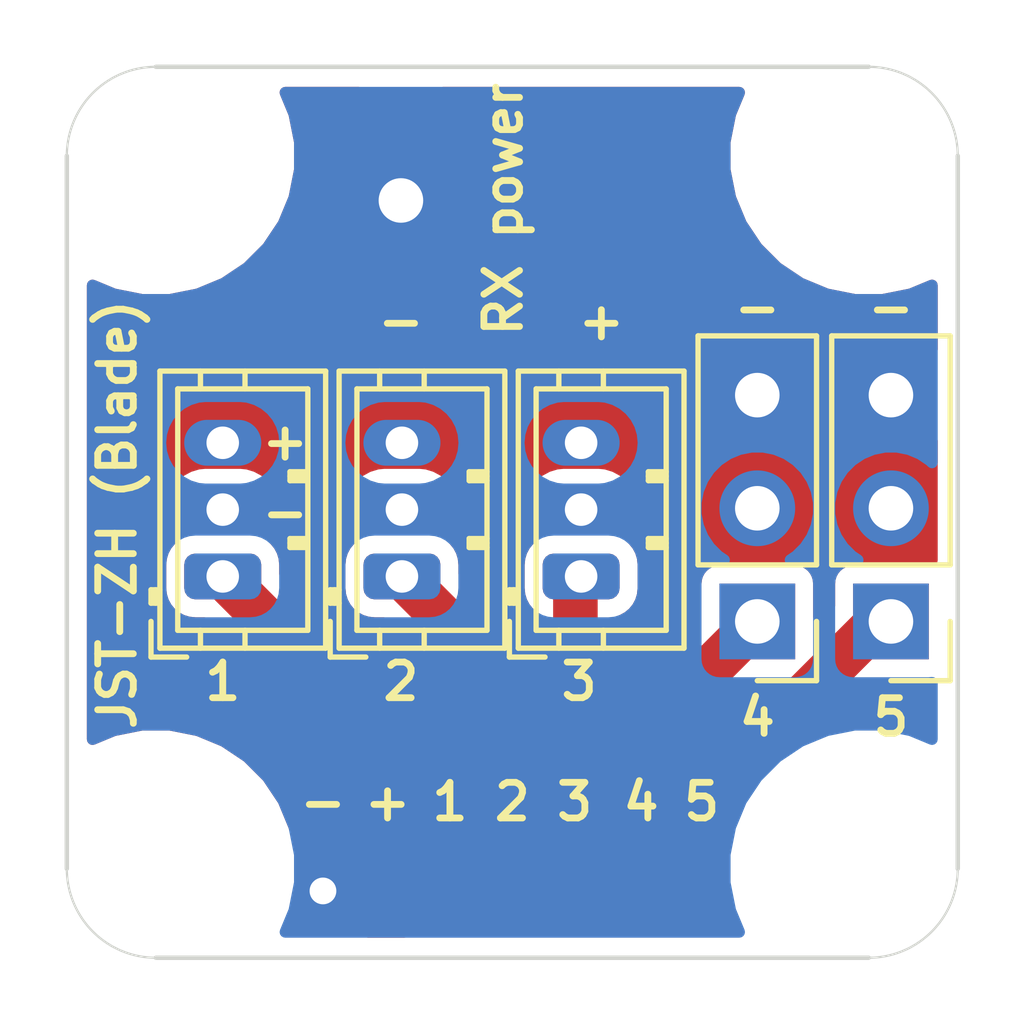
<source format=kicad_pcb>
(kicad_pcb (version 20171130) (host pcbnew "(5.1.9)-1")

  (general
    (thickness 1.6)
    (drawings 28)
    (tracks 12)
    (zones 0)
    (modules 18)
    (nets 8)
  )

  (page A4)
  (layers
    (0 F.Cu signal)
    (31 B.Cu signal)
    (32 B.Adhes user hide)
    (33 F.Adhes user hide)
    (34 B.Paste user hide)
    (35 F.Paste user hide)
    (36 B.SilkS user)
    (37 F.SilkS user)
    (38 B.Mask user hide)
    (39 F.Mask user hide)
    (40 Dwgs.User user hide)
    (41 Cmts.User user hide)
    (42 Eco1.User user hide)
    (43 Eco2.User user hide)
    (44 Edge.Cuts user)
    (45 Margin user hide)
    (46 B.CrtYd user hide)
    (47 F.CrtYd user hide)
    (48 B.Fab user hide)
    (49 F.Fab user hide)
  )

  (setup
    (last_trace_width 1)
    (user_trace_width 0.6)
    (user_trace_width 1)
    (trace_clearance 0.2)
    (zone_clearance 0.4)
    (zone_45_only no)
    (trace_min 0.2)
    (via_size 0.8)
    (via_drill 0.4)
    (via_min_size 0.4)
    (via_min_drill 0.3)
    (uvia_size 0.3)
    (uvia_drill 0.1)
    (uvias_allowed no)
    (uvia_min_size 0.2)
    (uvia_min_drill 0.1)
    (edge_width 0.05)
    (segment_width 0.2)
    (pcb_text_width 0.3)
    (pcb_text_size 1.5 1.5)
    (mod_edge_width 0.12)
    (mod_text_size 1 1)
    (mod_text_width 0.15)
    (pad_size 2 4)
    (pad_drill 1)
    (pad_to_mask_clearance 0)
    (aux_axis_origin 0 0)
    (visible_elements 7FFFFFFF)
    (pcbplotparams
      (layerselection 0x010fc_ffffffff)
      (usegerberextensions false)
      (usegerberattributes true)
      (usegerberadvancedattributes true)
      (creategerberjobfile true)
      (excludeedgelayer true)
      (linewidth 0.100000)
      (plotframeref false)
      (viasonmask false)
      (mode 1)
      (useauxorigin false)
      (hpglpennumber 1)
      (hpglpenspeed 20)
      (hpglpendiameter 15.000000)
      (psnegative false)
      (psa4output false)
      (plotreference true)
      (plotvalue true)
      (plotinvisibletext false)
      (padsonsilk false)
      (subtractmaskfromsilk false)
      (outputformat 1)
      (mirror false)
      (drillshape 0)
      (scaleselection 1)
      (outputdirectory "gerber/"))
  )

  (net 0 "")
  (net 1 GND)
  (net 2 "Net-(J10-Pad1)")
  (net 3 "Net-(J11-Pad1)")
  (net 4 "Net-(J13-Pad1)")
  (net 5 "Net-(J14-Pad1)")
  (net 6 VCC)
  (net 7 "Net-(J12-Pad1)")

  (net_class Default "This is the default net class."
    (clearance 0.2)
    (trace_width 0.25)
    (via_dia 0.8)
    (via_drill 0.4)
    (uvia_dia 0.3)
    (uvia_drill 0.1)
    (add_net GND)
    (add_net "Net-(J10-Pad1)")
    (add_net "Net-(J11-Pad1)")
    (add_net "Net-(J12-Pad1)")
    (add_net "Net-(J13-Pad1)")
    (add_net "Net-(J14-Pad1)")
    (add_net VCC)
  )

  (module Library:SolderWirePad_1x01_SMD_2x4mm (layer F.Cu) (tedit 61782C21) (tstamp 6178C7B8)
    (at 170 147)
    (descr "Wire Pad, Square, SMD Pad,  5mm x 10mm,")
    (tags "MesurementPoint Square SMDPad 5mmx10mm ")
    (path /617B38E6)
    (attr virtual)
    (fp_text reference J9 (at 0.4826 -3.175) (layer F.SilkS) hide
      (effects (font (size 1 1) (thickness 0.15)))
    )
    (fp_text value Conn_01x01 (at 0 2.9718) (layer F.Fab) hide
      (effects (font (size 1 1) (thickness 0.15)))
    )
    (fp_text user %R (at 0 0) (layer F.Fab) hide
      (effects (font (size 1 1) (thickness 0.15)))
    )
    (fp_line (start -0.63 1.27) (end -0.63 -1.27) (layer F.Fab) (width 0.1))
    (fp_line (start 0.63 1.27) (end -0.63 1.27) (layer F.Fab) (width 0.1))
    (fp_line (start 0.63 -1.27) (end 0.63 1.27) (layer F.Fab) (width 0.1))
    (fp_line (start -0.63 -1.27) (end 0.63 -1.27) (layer F.Fab) (width 0.1))
    (fp_line (start -0.63 -1.27) (end -0.63 1.27) (layer F.CrtYd) (width 0.05))
    (fp_line (start -0.63 1.27) (end 0.63 1.27) (layer F.CrtYd) (width 0.05))
    (fp_line (start 0.63 1.27) (end 0.63 -1.27) (layer F.CrtYd) (width 0.05))
    (fp_line (start 0.63 -1.27) (end -0.63 -1.27) (layer F.CrtYd) (width 0.05))
    (pad 1 smd roundrect (at 0 0) (size 2 4) (layers F.Cu F.Paste F.Mask) (roundrect_rratio 0.25)
      (net 6 VCC))
  )

  (module Library:SolderWirePad_1x01_SMD_2x4mm (layer F.Cu) (tedit 61786C28) (tstamp 6178C7AA)
    (at 165.5 147)
    (descr "Wire Pad, Square, SMD Pad,  5mm x 10mm,")
    (tags "MesurementPoint Square SMDPad 5mmx10mm ")
    (path /617B2EAE)
    (attr virtual)
    (fp_text reference J8 (at 0.4826 -3.175) (layer F.SilkS) hide
      (effects (font (size 1 1) (thickness 0.15)))
    )
    (fp_text value Conn_01x01 (at 0 2.9718) (layer F.Fab) hide
      (effects (font (size 1 1) (thickness 0.15)))
    )
    (fp_text user %R (at 0 0) (layer F.Fab) hide
      (effects (font (size 1 1) (thickness 0.15)))
    )
    (fp_line (start -0.63 1.27) (end -0.63 -1.27) (layer F.Fab) (width 0.1))
    (fp_line (start 0.63 1.27) (end -0.63 1.27) (layer F.Fab) (width 0.1))
    (fp_line (start 0.63 -1.27) (end 0.63 1.27) (layer F.Fab) (width 0.1))
    (fp_line (start -0.63 -1.27) (end 0.63 -1.27) (layer F.Fab) (width 0.1))
    (fp_line (start -0.63 -1.27) (end -0.63 1.27) (layer F.CrtYd) (width 0.05))
    (fp_line (start -0.63 1.27) (end 0.63 1.27) (layer F.CrtYd) (width 0.05))
    (fp_line (start 0.63 1.27) (end 0.63 -1.27) (layer F.CrtYd) (width 0.05))
    (fp_line (start 0.63 -1.27) (end -0.63 -1.27) (layer F.CrtYd) (width 0.05))
    (pad 1 thru_hole roundrect (at 0 0) (size 2 4) (drill 1) (layers *.Cu *.Mask) (roundrect_rratio 0.25)
      (net 1 GND))
  )

  (module Connector_PinHeader_2.54mm:PinHeader_1x03_P2.54mm_Vertical (layer F.Cu) (tedit 59FED5CC) (tstamp 6178C858)
    (at 176.5 156.45 180)
    (descr "Through hole straight pin header, 1x03, 2.54mm pitch, single row")
    (tags "Through hole pin header THT 1x03 2.54mm single row")
    (path /617A1346)
    (fp_text reference J14 (at 0 -2.33) (layer F.SilkS) hide
      (effects (font (size 1 1) (thickness 0.15)))
    )
    (fp_text value Conn_01x03 (at 0 7.41) (layer F.Fab) hide
      (effects (font (size 1 1) (thickness 0.15)))
    )
    (fp_text user %R (at 0 2.54 90) (layer F.Fab) hide
      (effects (font (size 1 1) (thickness 0.15)))
    )
    (fp_line (start -0.635 -1.27) (end 1.27 -1.27) (layer F.Fab) (width 0.1))
    (fp_line (start 1.27 -1.27) (end 1.27 6.35) (layer F.Fab) (width 0.1))
    (fp_line (start 1.27 6.35) (end -1.27 6.35) (layer F.Fab) (width 0.1))
    (fp_line (start -1.27 6.35) (end -1.27 -0.635) (layer F.Fab) (width 0.1))
    (fp_line (start -1.27 -0.635) (end -0.635 -1.27) (layer F.Fab) (width 0.1))
    (fp_line (start -1.33 6.41) (end 1.33 6.41) (layer F.SilkS) (width 0.12))
    (fp_line (start -1.33 1.27) (end -1.33 6.41) (layer F.SilkS) (width 0.12))
    (fp_line (start 1.33 1.27) (end 1.33 6.41) (layer F.SilkS) (width 0.12))
    (fp_line (start -1.33 1.27) (end 1.33 1.27) (layer F.SilkS) (width 0.12))
    (fp_line (start -1.33 0) (end -1.33 -1.33) (layer F.SilkS) (width 0.12))
    (fp_line (start -1.33 -1.33) (end 0 -1.33) (layer F.SilkS) (width 0.12))
    (fp_line (start -1.8 -1.8) (end -1.8 6.85) (layer F.CrtYd) (width 0.05))
    (fp_line (start -1.8 6.85) (end 1.8 6.85) (layer F.CrtYd) (width 0.05))
    (fp_line (start 1.8 6.85) (end 1.8 -1.8) (layer F.CrtYd) (width 0.05))
    (fp_line (start 1.8 -1.8) (end -1.8 -1.8) (layer F.CrtYd) (width 0.05))
    (pad 3 thru_hole oval (at 0 5.08 180) (size 1.7 1.7) (drill 1) (layers *.Cu *.Mask)
      (net 1 GND))
    (pad 2 thru_hole oval (at 0 2.54 180) (size 1.7 1.7) (drill 1) (layers *.Cu *.Mask)
      (net 6 VCC))
    (pad 1 thru_hole rect (at 0 0 180) (size 1.7 1.7) (drill 1) (layers *.Cu *.Mask)
      (net 5 "Net-(J14-Pad1)"))
    (model ${KISYS3DMOD}/Connector_PinHeader_2.54mm.3dshapes/PinHeader_1x03_P2.54mm_Vertical.wrl
      (at (xyz 0 0 0))
      (scale (xyz 1 1 1))
      (rotate (xyz 0 0 0))
    )
  )

  (module Connector_PinHeader_2.54mm:PinHeader_1x03_P2.54mm_Vertical (layer F.Cu) (tedit 59FED5CC) (tstamp 6178C84A)
    (at 173.5 156.45 180)
    (descr "Through hole straight pin header, 1x03, 2.54mm pitch, single row")
    (tags "Through hole pin header THT 1x03 2.54mm single row")
    (path /617A0E04)
    (fp_text reference J13 (at 0 -2.33) (layer F.SilkS) hide
      (effects (font (size 1 1) (thickness 0.15)))
    )
    (fp_text value Conn_01x03 (at 0 7.41) (layer F.Fab) hide
      (effects (font (size 1 1) (thickness 0.15)))
    )
    (fp_text user %R (at 0 2.54 90) (layer F.Fab) hide
      (effects (font (size 1 1) (thickness 0.15)))
    )
    (fp_line (start -0.635 -1.27) (end 1.27 -1.27) (layer F.Fab) (width 0.1))
    (fp_line (start 1.27 -1.27) (end 1.27 6.35) (layer F.Fab) (width 0.1))
    (fp_line (start 1.27 6.35) (end -1.27 6.35) (layer F.Fab) (width 0.1))
    (fp_line (start -1.27 6.35) (end -1.27 -0.635) (layer F.Fab) (width 0.1))
    (fp_line (start -1.27 -0.635) (end -0.635 -1.27) (layer F.Fab) (width 0.1))
    (fp_line (start -1.33 6.41) (end 1.33 6.41) (layer F.SilkS) (width 0.12))
    (fp_line (start -1.33 1.27) (end -1.33 6.41) (layer F.SilkS) (width 0.12))
    (fp_line (start 1.33 1.27) (end 1.33 6.41) (layer F.SilkS) (width 0.12))
    (fp_line (start -1.33 1.27) (end 1.33 1.27) (layer F.SilkS) (width 0.12))
    (fp_line (start -1.33 0) (end -1.33 -1.33) (layer F.SilkS) (width 0.12))
    (fp_line (start -1.33 -1.33) (end 0 -1.33) (layer F.SilkS) (width 0.12))
    (fp_line (start -1.8 -1.8) (end -1.8 6.85) (layer F.CrtYd) (width 0.05))
    (fp_line (start -1.8 6.85) (end 1.8 6.85) (layer F.CrtYd) (width 0.05))
    (fp_line (start 1.8 6.85) (end 1.8 -1.8) (layer F.CrtYd) (width 0.05))
    (fp_line (start 1.8 -1.8) (end -1.8 -1.8) (layer F.CrtYd) (width 0.05))
    (pad 3 thru_hole oval (at 0 5.08 180) (size 1.7 1.7) (drill 1) (layers *.Cu *.Mask)
      (net 1 GND))
    (pad 2 thru_hole oval (at 0 2.54 180) (size 1.7 1.7) (drill 1) (layers *.Cu *.Mask)
      (net 6 VCC))
    (pad 1 thru_hole rect (at 0 0 180) (size 1.7 1.7) (drill 1) (layers *.Cu *.Mask)
      (net 4 "Net-(J13-Pad1)"))
    (model ${KISYS3DMOD}/Connector_PinHeader_2.54mm.3dshapes/PinHeader_1x03_P2.54mm_Vertical.wrl
      (at (xyz 0 0 0))
      (scale (xyz 1 1 1))
      (rotate (xyz 0 0 0))
    )
  )

  (module Library:JST_ZH_B3B-ZR_1x03_P1.50mm_Vertical (layer F.Cu) (tedit 5E793890) (tstamp 6178C83C)
    (at 169.545 155.44 90)
    (descr "JST ZH series connector, B3B-ZR (http://www.jst-mfg.com/product/pdf/eng/eZH.pdf), generated with kicad-footprint-generator")
    (tags "connector JST ZH vertical")
    (path /617A0954)
    (fp_text reference J12 (at 1.5 -2.5 90) (layer F.SilkS) hide
      (effects (font (size 1 1) (thickness 0.15)))
    )
    (fp_text value Conn_01x03 (at 1.5 3.4 90) (layer F.Fab) hide
      (effects (font (size 1 1) (thickness 0.15)))
    )
    (fp_text user %R (at 1.5 1.5 90) (layer F.Fab) hide
      (effects (font (size 1 1) (thickness 0.15)))
    )
    (fp_line (start -1.61 -1.41) (end -1.61 2.31) (layer F.SilkS) (width 0.12))
    (fp_line (start -1.61 2.31) (end 4.61 2.31) (layer F.SilkS) (width 0.12))
    (fp_line (start 4.61 2.31) (end 4.61 -1.41) (layer F.SilkS) (width 0.12))
    (fp_line (start 4.61 -1.41) (end -1.61 -1.41) (layer F.SilkS) (width 0.12))
    (fp_line (start -0.3 -1.41) (end -0.3 -1.61) (layer F.SilkS) (width 0.12))
    (fp_line (start -0.3 -1.61) (end -0.6 -1.61) (layer F.SilkS) (width 0.12))
    (fp_line (start -0.6 -1.61) (end -0.6 -1.41) (layer F.SilkS) (width 0.12))
    (fp_line (start -0.3 -1.51) (end -0.6 -1.51) (layer F.SilkS) (width 0.12))
    (fp_line (start -1.21 -1.01) (end -1.21 1.91) (layer F.SilkS) (width 0.12))
    (fp_line (start -1.21 1.91) (end 4.21 1.91) (layer F.SilkS) (width 0.12))
    (fp_line (start 4.21 1.91) (end 4.21 -1.01) (layer F.SilkS) (width 0.12))
    (fp_line (start 4.21 -1.01) (end -1.21 -1.01) (layer F.SilkS) (width 0.12))
    (fp_line (start -1.61 -0.5) (end -1.21 -0.5) (layer F.SilkS) (width 0.12))
    (fp_line (start -1.61 0.5) (end -1.21 0.5) (layer F.SilkS) (width 0.12))
    (fp_line (start 4.61 -0.5) (end 4.21 -0.5) (layer F.SilkS) (width 0.12))
    (fp_line (start 4.61 0.5) (end 4.21 0.5) (layer F.SilkS) (width 0.12))
    (fp_line (start 0.65 1.91) (end 0.65 1.51) (layer F.SilkS) (width 0.12))
    (fp_line (start 0.65 1.51) (end 0.85 1.51) (layer F.SilkS) (width 0.12))
    (fp_line (start 0.85 1.51) (end 0.85 1.91) (layer F.SilkS) (width 0.12))
    (fp_line (start 0.75 1.91) (end 0.75 1.51) (layer F.SilkS) (width 0.12))
    (fp_line (start 2.15 1.91) (end 2.15 1.51) (layer F.SilkS) (width 0.12))
    (fp_line (start 2.15 1.51) (end 2.35 1.51) (layer F.SilkS) (width 0.12))
    (fp_line (start 2.35 1.51) (end 2.35 1.91) (layer F.SilkS) (width 0.12))
    (fp_line (start 2.25 1.91) (end 2.25 1.51) (layer F.SilkS) (width 0.12))
    (fp_line (start -1.01 -1.61) (end -1.81 -1.61) (layer F.SilkS) (width 0.12))
    (fp_line (start -1.81 -1.61) (end -1.81 -0.81) (layer F.SilkS) (width 0.12))
    (fp_line (start -1.01 -1.61) (end -1.81 -1.61) (layer F.Fab) (width 0.1))
    (fp_line (start -1.81 -1.61) (end -1.81 -0.81) (layer F.Fab) (width 0.1))
    (fp_line (start -1.5 -1.3) (end -1.5 2.2) (layer F.Fab) (width 0.1))
    (fp_line (start -1.5 2.2) (end 4.5 2.2) (layer F.Fab) (width 0.1))
    (fp_line (start 4.5 2.2) (end 4.5 -1.3) (layer F.Fab) (width 0.1))
    (fp_line (start 4.5 -1.3) (end -1.5 -1.3) (layer F.Fab) (width 0.1))
    (fp_line (start -2 -1.8) (end -2 2.7) (layer F.CrtYd) (width 0.05))
    (fp_line (start -2 2.7) (end 5 2.7) (layer F.CrtYd) (width 0.05))
    (fp_line (start 5 2.7) (end 5 -1.8) (layer F.CrtYd) (width 0.05))
    (fp_line (start 5 -1.8) (end -2 -1.8) (layer F.CrtYd) (width 0.05))
    (pad 3 thru_hole oval (at 3 0 90) (size 1.03 1.73) (drill 0.73) (layers *.Cu *.Mask)
      (net 6 VCC))
    (pad 2 thru_hole oval (at 1.5 0 90) (size 1.03 1.73) (drill 0.73) (layers *.Cu *.Mask)
      (net 1 GND))
    (pad 1 thru_hole roundrect (at 0 0 90) (size 1.03 1.73) (drill 0.73) (layers *.Cu *.Mask) (roundrect_rratio 0.2427174757281553)
      (net 7 "Net-(J12-Pad1)"))
    (model ${KISYS3DMOD}/Connector_JST.3dshapes/JST_ZH_B3B-ZR_1x03_P1.50mm_Vertical.wrl
      (at (xyz 0 0 0))
      (scale (xyz 1 1 1))
      (rotate (xyz 0 0 0))
    )
  )

  (module Library:JST_ZH_B3B-ZR_1x03_P1.50mm_Vertical (layer F.Cu) (tedit 5E793890) (tstamp 6178DB24)
    (at 165.5225 155.44 90)
    (descr "JST ZH series connector, B3B-ZR (http://www.jst-mfg.com/product/pdf/eng/eZH.pdf), generated with kicad-footprint-generator")
    (tags "connector JST ZH vertical")
    (path /6179FF9F)
    (fp_text reference J11 (at 1.5 -2.5 90) (layer F.SilkS) hide
      (effects (font (size 1 1) (thickness 0.15)))
    )
    (fp_text value Conn_01x03 (at 1.5 3.4 90) (layer F.Fab) hide
      (effects (font (size 1 1) (thickness 0.15)))
    )
    (fp_text user %R (at 1.5 1.5 90) (layer F.Fab) hide
      (effects (font (size 1 1) (thickness 0.15)))
    )
    (fp_line (start -1.61 -1.41) (end -1.61 2.31) (layer F.SilkS) (width 0.12))
    (fp_line (start -1.61 2.31) (end 4.61 2.31) (layer F.SilkS) (width 0.12))
    (fp_line (start 4.61 2.31) (end 4.61 -1.41) (layer F.SilkS) (width 0.12))
    (fp_line (start 4.61 -1.41) (end -1.61 -1.41) (layer F.SilkS) (width 0.12))
    (fp_line (start -0.3 -1.41) (end -0.3 -1.61) (layer F.SilkS) (width 0.12))
    (fp_line (start -0.3 -1.61) (end -0.6 -1.61) (layer F.SilkS) (width 0.12))
    (fp_line (start -0.6 -1.61) (end -0.6 -1.41) (layer F.SilkS) (width 0.12))
    (fp_line (start -0.3 -1.51) (end -0.6 -1.51) (layer F.SilkS) (width 0.12))
    (fp_line (start -1.21 -1.01) (end -1.21 1.91) (layer F.SilkS) (width 0.12))
    (fp_line (start -1.21 1.91) (end 4.21 1.91) (layer F.SilkS) (width 0.12))
    (fp_line (start 4.21 1.91) (end 4.21 -1.01) (layer F.SilkS) (width 0.12))
    (fp_line (start 4.21 -1.01) (end -1.21 -1.01) (layer F.SilkS) (width 0.12))
    (fp_line (start -1.61 -0.5) (end -1.21 -0.5) (layer F.SilkS) (width 0.12))
    (fp_line (start -1.61 0.5) (end -1.21 0.5) (layer F.SilkS) (width 0.12))
    (fp_line (start 4.61 -0.5) (end 4.21 -0.5) (layer F.SilkS) (width 0.12))
    (fp_line (start 4.61 0.5) (end 4.21 0.5) (layer F.SilkS) (width 0.12))
    (fp_line (start 0.65 1.91) (end 0.65 1.51) (layer F.SilkS) (width 0.12))
    (fp_line (start 0.65 1.51) (end 0.85 1.51) (layer F.SilkS) (width 0.12))
    (fp_line (start 0.85 1.51) (end 0.85 1.91) (layer F.SilkS) (width 0.12))
    (fp_line (start 0.75 1.91) (end 0.75 1.51) (layer F.SilkS) (width 0.12))
    (fp_line (start 2.15 1.91) (end 2.15 1.51) (layer F.SilkS) (width 0.12))
    (fp_line (start 2.15 1.51) (end 2.35 1.51) (layer F.SilkS) (width 0.12))
    (fp_line (start 2.35 1.51) (end 2.35 1.91) (layer F.SilkS) (width 0.12))
    (fp_line (start 2.25 1.91) (end 2.25 1.51) (layer F.SilkS) (width 0.12))
    (fp_line (start -1.01 -1.61) (end -1.81 -1.61) (layer F.SilkS) (width 0.12))
    (fp_line (start -1.81 -1.61) (end -1.81 -0.81) (layer F.SilkS) (width 0.12))
    (fp_line (start -1.01 -1.61) (end -1.81 -1.61) (layer F.Fab) (width 0.1))
    (fp_line (start -1.81 -1.61) (end -1.81 -0.81) (layer F.Fab) (width 0.1))
    (fp_line (start -1.5 -1.3) (end -1.5 2.2) (layer F.Fab) (width 0.1))
    (fp_line (start -1.5 2.2) (end 4.5 2.2) (layer F.Fab) (width 0.1))
    (fp_line (start 4.5 2.2) (end 4.5 -1.3) (layer F.Fab) (width 0.1))
    (fp_line (start 4.5 -1.3) (end -1.5 -1.3) (layer F.Fab) (width 0.1))
    (fp_line (start -2 -1.8) (end -2 2.7) (layer F.CrtYd) (width 0.05))
    (fp_line (start -2 2.7) (end 5 2.7) (layer F.CrtYd) (width 0.05))
    (fp_line (start 5 2.7) (end 5 -1.8) (layer F.CrtYd) (width 0.05))
    (fp_line (start 5 -1.8) (end -2 -1.8) (layer F.CrtYd) (width 0.05))
    (pad 3 thru_hole oval (at 3 0 90) (size 1.03 1.73) (drill 0.73) (layers *.Cu *.Mask)
      (net 6 VCC))
    (pad 2 thru_hole oval (at 1.5 0 90) (size 1.03 1.73) (drill 0.73) (layers *.Cu *.Mask)
      (net 1 GND))
    (pad 1 thru_hole roundrect (at 0 0 90) (size 1.03 1.73) (drill 0.73) (layers *.Cu *.Mask) (roundrect_rratio 0.2427174757281553)
      (net 3 "Net-(J11-Pad1)"))
    (model ${KISYS3DMOD}/Connector_JST.3dshapes/JST_ZH_B3B-ZR_1x03_P1.50mm_Vertical.wrl
      (at (xyz 0 0 0))
      (scale (xyz 1 1 1))
      (rotate (xyz 0 0 0))
    )
  )

  (module Library:JST_ZH_B3B-ZR_1x03_P1.50mm_Vertical (layer F.Cu) (tedit 5E793890) (tstamp 6178C7E4)
    (at 161.5 155.44 90)
    (descr "JST ZH series connector, B3B-ZR (http://www.jst-mfg.com/product/pdf/eng/eZH.pdf), generated with kicad-footprint-generator")
    (tags "connector JST ZH vertical")
    (path /6179DBA7)
    (fp_text reference J10 (at 1.5 -2.5 90) (layer F.SilkS) hide
      (effects (font (size 1 1) (thickness 0.15)))
    )
    (fp_text value Conn_01x03 (at 1.5 3.4 90) (layer F.Fab) hide
      (effects (font (size 1 1) (thickness 0.15)))
    )
    (fp_text user %R (at 1.5 1.5 90) (layer F.Fab) hide
      (effects (font (size 1 1) (thickness 0.15)))
    )
    (fp_line (start -1.61 -1.41) (end -1.61 2.31) (layer F.SilkS) (width 0.12))
    (fp_line (start -1.61 2.31) (end 4.61 2.31) (layer F.SilkS) (width 0.12))
    (fp_line (start 4.61 2.31) (end 4.61 -1.41) (layer F.SilkS) (width 0.12))
    (fp_line (start 4.61 -1.41) (end -1.61 -1.41) (layer F.SilkS) (width 0.12))
    (fp_line (start -0.3 -1.41) (end -0.3 -1.61) (layer F.SilkS) (width 0.12))
    (fp_line (start -0.3 -1.61) (end -0.6 -1.61) (layer F.SilkS) (width 0.12))
    (fp_line (start -0.6 -1.61) (end -0.6 -1.41) (layer F.SilkS) (width 0.12))
    (fp_line (start -0.3 -1.51) (end -0.6 -1.51) (layer F.SilkS) (width 0.12))
    (fp_line (start -1.21 -1.01) (end -1.21 1.91) (layer F.SilkS) (width 0.12))
    (fp_line (start -1.21 1.91) (end 4.21 1.91) (layer F.SilkS) (width 0.12))
    (fp_line (start 4.21 1.91) (end 4.21 -1.01) (layer F.SilkS) (width 0.12))
    (fp_line (start 4.21 -1.01) (end -1.21 -1.01) (layer F.SilkS) (width 0.12))
    (fp_line (start -1.61 -0.5) (end -1.21 -0.5) (layer F.SilkS) (width 0.12))
    (fp_line (start -1.61 0.5) (end -1.21 0.5) (layer F.SilkS) (width 0.12))
    (fp_line (start 4.61 -0.5) (end 4.21 -0.5) (layer F.SilkS) (width 0.12))
    (fp_line (start 4.61 0.5) (end 4.21 0.5) (layer F.SilkS) (width 0.12))
    (fp_line (start 0.65 1.91) (end 0.65 1.51) (layer F.SilkS) (width 0.12))
    (fp_line (start 0.65 1.51) (end 0.85 1.51) (layer F.SilkS) (width 0.12))
    (fp_line (start 0.85 1.51) (end 0.85 1.91) (layer F.SilkS) (width 0.12))
    (fp_line (start 0.75 1.91) (end 0.75 1.51) (layer F.SilkS) (width 0.12))
    (fp_line (start 2.15 1.91) (end 2.15 1.51) (layer F.SilkS) (width 0.12))
    (fp_line (start 2.15 1.51) (end 2.35 1.51) (layer F.SilkS) (width 0.12))
    (fp_line (start 2.35 1.51) (end 2.35 1.91) (layer F.SilkS) (width 0.12))
    (fp_line (start 2.25 1.91) (end 2.25 1.51) (layer F.SilkS) (width 0.12))
    (fp_line (start -1.01 -1.61) (end -1.81 -1.61) (layer F.SilkS) (width 0.12))
    (fp_line (start -1.81 -1.61) (end -1.81 -0.81) (layer F.SilkS) (width 0.12))
    (fp_line (start -1.01 -1.61) (end -1.81 -1.61) (layer F.Fab) (width 0.1))
    (fp_line (start -1.81 -1.61) (end -1.81 -0.81) (layer F.Fab) (width 0.1))
    (fp_line (start -1.5 -1.3) (end -1.5 2.2) (layer F.Fab) (width 0.1))
    (fp_line (start -1.5 2.2) (end 4.5 2.2) (layer F.Fab) (width 0.1))
    (fp_line (start 4.5 2.2) (end 4.5 -1.3) (layer F.Fab) (width 0.1))
    (fp_line (start 4.5 -1.3) (end -1.5 -1.3) (layer F.Fab) (width 0.1))
    (fp_line (start -2 -1.8) (end -2 2.7) (layer F.CrtYd) (width 0.05))
    (fp_line (start -2 2.7) (end 5 2.7) (layer F.CrtYd) (width 0.05))
    (fp_line (start 5 2.7) (end 5 -1.8) (layer F.CrtYd) (width 0.05))
    (fp_line (start 5 -1.8) (end -2 -1.8) (layer F.CrtYd) (width 0.05))
    (pad 3 thru_hole oval (at 3 0 90) (size 1.03 1.73) (drill 0.73) (layers *.Cu *.Mask)
      (net 6 VCC))
    (pad 2 thru_hole oval (at 1.5 0 90) (size 1.03 1.73) (drill 0.73) (layers *.Cu *.Mask)
      (net 1 GND))
    (pad 1 thru_hole roundrect (at 0 0 90) (size 1.03 1.73) (drill 0.73) (layers *.Cu *.Mask) (roundrect_rratio 0.2427174757281553)
      (net 2 "Net-(J10-Pad1)"))
    (model ${KISYS3DMOD}/Connector_JST.3dshapes/JST_ZH_B3B-ZR_1x03_P1.50mm_Vertical.wrl
      (at (xyz 0 0 0))
      (scale (xyz 1 1 1))
      (rotate (xyz 0 0 0))
    )
  )

  (module Connector_Wire:SolderWirePad_1x01_SMD_1x2mm (layer F.Cu) (tedit 5DD6EB27) (tstamp 6178C79C)
    (at 172.25 162.5)
    (descr "Wire Pad, Square, SMD Pad,  5mm x 10mm,")
    (tags "MesurementPoint Square SMDPad 5mmx10mm ")
    (path /617AC69E)
    (attr virtual)
    (fp_text reference J7 (at 0 -2.54) (layer F.SilkS) hide
      (effects (font (size 1 1) (thickness 0.15)))
    )
    (fp_text value Conn_01x01 (at 0 2.54) (layer F.Fab) hide
      (effects (font (size 1 1) (thickness 0.15)))
    )
    (fp_text user %R (at 0 0) (layer F.Fab) hide
      (effects (font (size 1 1) (thickness 0.15)))
    )
    (fp_line (start 0.63 -1.27) (end -0.63 -1.27) (layer F.CrtYd) (width 0.05))
    (fp_line (start 0.63 1.27) (end 0.63 -1.27) (layer F.CrtYd) (width 0.05))
    (fp_line (start -0.63 1.27) (end 0.63 1.27) (layer F.CrtYd) (width 0.05))
    (fp_line (start -0.63 -1.27) (end -0.63 1.27) (layer F.CrtYd) (width 0.05))
    (fp_line (start -0.63 -1.27) (end 0.63 -1.27) (layer F.Fab) (width 0.1))
    (fp_line (start 0.63 -1.27) (end 0.63 1.27) (layer F.Fab) (width 0.1))
    (fp_line (start 0.63 1.27) (end -0.63 1.27) (layer F.Fab) (width 0.1))
    (fp_line (start -0.63 1.27) (end -0.63 -1.27) (layer F.Fab) (width 0.1))
    (pad 1 smd roundrect (at 0 0) (size 1 2) (layers F.Cu F.Paste F.Mask) (roundrect_rratio 0.25)
      (net 5 "Net-(J14-Pad1)"))
  )

  (module Connector_Wire:SolderWirePad_1x01_SMD_1x2mm (layer F.Cu) (tedit 5DD6EB27) (tstamp 6178C78E)
    (at 170.83333 162.5)
    (descr "Wire Pad, Square, SMD Pad,  5mm x 10mm,")
    (tags "MesurementPoint Square SMDPad 5mmx10mm ")
    (path /6179C7E5)
    (attr virtual)
    (fp_text reference J6 (at 0 -2.54) (layer F.SilkS) hide
      (effects (font (size 1 1) (thickness 0.15)))
    )
    (fp_text value Conn_01x01 (at 0 2.54) (layer F.Fab) hide
      (effects (font (size 1 1) (thickness 0.15)))
    )
    (fp_text user %R (at 0 0) (layer F.Fab) hide
      (effects (font (size 1 1) (thickness 0.15)))
    )
    (fp_line (start 0.63 -1.27) (end -0.63 -1.27) (layer F.CrtYd) (width 0.05))
    (fp_line (start 0.63 1.27) (end 0.63 -1.27) (layer F.CrtYd) (width 0.05))
    (fp_line (start -0.63 1.27) (end 0.63 1.27) (layer F.CrtYd) (width 0.05))
    (fp_line (start -0.63 -1.27) (end -0.63 1.27) (layer F.CrtYd) (width 0.05))
    (fp_line (start -0.63 -1.27) (end 0.63 -1.27) (layer F.Fab) (width 0.1))
    (fp_line (start 0.63 -1.27) (end 0.63 1.27) (layer F.Fab) (width 0.1))
    (fp_line (start 0.63 1.27) (end -0.63 1.27) (layer F.Fab) (width 0.1))
    (fp_line (start -0.63 1.27) (end -0.63 -1.27) (layer F.Fab) (width 0.1))
    (pad 1 smd roundrect (at 0 0) (size 1 2) (layers F.Cu F.Paste F.Mask) (roundrect_rratio 0.25)
      (net 4 "Net-(J13-Pad1)"))
  )

  (module Connector_Wire:SolderWirePad_1x01_SMD_1x2mm (layer F.Cu) (tedit 5DD6EB27) (tstamp 6178C780)
    (at 169.416664 162.5)
    (descr "Wire Pad, Square, SMD Pad,  5mm x 10mm,")
    (tags "MesurementPoint Square SMDPad 5mmx10mm ")
    (path /6179C1A1)
    (attr virtual)
    (fp_text reference J5 (at 0 -2.54) (layer F.SilkS) hide
      (effects (font (size 1 1) (thickness 0.15)))
    )
    (fp_text value Conn_01x01 (at 0 2.54) (layer F.Fab) hide
      (effects (font (size 1 1) (thickness 0.15)))
    )
    (fp_text user %R (at 0 0) (layer F.Fab) hide
      (effects (font (size 1 1) (thickness 0.15)))
    )
    (fp_line (start 0.63 -1.27) (end -0.63 -1.27) (layer F.CrtYd) (width 0.05))
    (fp_line (start 0.63 1.27) (end 0.63 -1.27) (layer F.CrtYd) (width 0.05))
    (fp_line (start -0.63 1.27) (end 0.63 1.27) (layer F.CrtYd) (width 0.05))
    (fp_line (start -0.63 -1.27) (end -0.63 1.27) (layer F.CrtYd) (width 0.05))
    (fp_line (start -0.63 -1.27) (end 0.63 -1.27) (layer F.Fab) (width 0.1))
    (fp_line (start 0.63 -1.27) (end 0.63 1.27) (layer F.Fab) (width 0.1))
    (fp_line (start 0.63 1.27) (end -0.63 1.27) (layer F.Fab) (width 0.1))
    (fp_line (start -0.63 1.27) (end -0.63 -1.27) (layer F.Fab) (width 0.1))
    (pad 1 smd roundrect (at 0 0) (size 1 2) (layers F.Cu F.Paste F.Mask) (roundrect_rratio 0.25)
      (net 7 "Net-(J12-Pad1)"))
  )

  (module Connector_Wire:SolderWirePad_1x01_SMD_1x2mm (layer F.Cu) (tedit 5DD6EB27) (tstamp 6178C772)
    (at 167.999998 162.5)
    (descr "Wire Pad, Square, SMD Pad,  5mm x 10mm,")
    (tags "MesurementPoint Square SMDPad 5mmx10mm ")
    (path /6117E1ED)
    (attr virtual)
    (fp_text reference J4 (at 0 -2.54) (layer F.SilkS) hide
      (effects (font (size 1 1) (thickness 0.15)))
    )
    (fp_text value Conn_01x01 (at 0 2.54) (layer F.Fab) hide
      (effects (font (size 1 1) (thickness 0.15)))
    )
    (fp_text user %R (at 0 0) (layer F.Fab) hide
      (effects (font (size 1 1) (thickness 0.15)))
    )
    (fp_line (start 0.63 -1.27) (end -0.63 -1.27) (layer F.CrtYd) (width 0.05))
    (fp_line (start 0.63 1.27) (end 0.63 -1.27) (layer F.CrtYd) (width 0.05))
    (fp_line (start -0.63 1.27) (end 0.63 1.27) (layer F.CrtYd) (width 0.05))
    (fp_line (start -0.63 -1.27) (end -0.63 1.27) (layer F.CrtYd) (width 0.05))
    (fp_line (start -0.63 -1.27) (end 0.63 -1.27) (layer F.Fab) (width 0.1))
    (fp_line (start 0.63 -1.27) (end 0.63 1.27) (layer F.Fab) (width 0.1))
    (fp_line (start 0.63 1.27) (end -0.63 1.27) (layer F.Fab) (width 0.1))
    (fp_line (start -0.63 1.27) (end -0.63 -1.27) (layer F.Fab) (width 0.1))
    (pad 1 smd roundrect (at 0 0) (size 1 2) (layers F.Cu F.Paste F.Mask) (roundrect_rratio 0.25)
      (net 3 "Net-(J11-Pad1)"))
  )

  (module Connector_Wire:SolderWirePad_1x01_SMD_1x2mm (layer F.Cu) (tedit 5DD6EB27) (tstamp 6178C764)
    (at 166.583332 162.5)
    (descr "Wire Pad, Square, SMD Pad,  5mm x 10mm,")
    (tags "MesurementPoint Square SMDPad 5mmx10mm ")
    (path /6118060C)
    (attr virtual)
    (fp_text reference J3 (at 0 -2.54) (layer F.SilkS) hide
      (effects (font (size 1 1) (thickness 0.15)))
    )
    (fp_text value Conn_01x01 (at 0 2.54) (layer F.Fab) hide
      (effects (font (size 1 1) (thickness 0.15)))
    )
    (fp_text user %R (at 0 0) (layer F.Fab) hide
      (effects (font (size 1 1) (thickness 0.15)))
    )
    (fp_line (start 0.63 -1.27) (end -0.63 -1.27) (layer F.CrtYd) (width 0.05))
    (fp_line (start 0.63 1.27) (end 0.63 -1.27) (layer F.CrtYd) (width 0.05))
    (fp_line (start -0.63 1.27) (end 0.63 1.27) (layer F.CrtYd) (width 0.05))
    (fp_line (start -0.63 -1.27) (end -0.63 1.27) (layer F.CrtYd) (width 0.05))
    (fp_line (start -0.63 -1.27) (end 0.63 -1.27) (layer F.Fab) (width 0.1))
    (fp_line (start 0.63 -1.27) (end 0.63 1.27) (layer F.Fab) (width 0.1))
    (fp_line (start 0.63 1.27) (end -0.63 1.27) (layer F.Fab) (width 0.1))
    (fp_line (start -0.63 1.27) (end -0.63 -1.27) (layer F.Fab) (width 0.1))
    (pad 1 smd roundrect (at 0 0) (size 1 2) (layers F.Cu F.Paste F.Mask) (roundrect_rratio 0.25)
      (net 2 "Net-(J10-Pad1)"))
  )

  (module Connector_Wire:SolderWirePad_1x01_SMD_1x2mm (layer F.Cu) (tedit 5DD6EB27) (tstamp 6178C756)
    (at 165.166666 162.5)
    (descr "Wire Pad, Square, SMD Pad,  5mm x 10mm,")
    (tags "MesurementPoint Square SMDPad 5mmx10mm ")
    (path /61181143)
    (attr virtual)
    (fp_text reference J2 (at 0 -2.54) (layer F.SilkS) hide
      (effects (font (size 1 1) (thickness 0.15)))
    )
    (fp_text value Conn_01x01 (at 0 2.54) (layer F.Fab) hide
      (effects (font (size 1 1) (thickness 0.15)))
    )
    (fp_text user %R (at 0 0) (layer F.Fab) hide
      (effects (font (size 1 1) (thickness 0.15)))
    )
    (fp_line (start 0.63 -1.27) (end -0.63 -1.27) (layer F.CrtYd) (width 0.05))
    (fp_line (start 0.63 1.27) (end 0.63 -1.27) (layer F.CrtYd) (width 0.05))
    (fp_line (start -0.63 1.27) (end 0.63 1.27) (layer F.CrtYd) (width 0.05))
    (fp_line (start -0.63 -1.27) (end -0.63 1.27) (layer F.CrtYd) (width 0.05))
    (fp_line (start -0.63 -1.27) (end 0.63 -1.27) (layer F.Fab) (width 0.1))
    (fp_line (start 0.63 -1.27) (end 0.63 1.27) (layer F.Fab) (width 0.1))
    (fp_line (start 0.63 1.27) (end -0.63 1.27) (layer F.Fab) (width 0.1))
    (fp_line (start -0.63 1.27) (end -0.63 -1.27) (layer F.Fab) (width 0.1))
    (pad 1 smd roundrect (at 0 0) (size 1 2) (layers F.Cu F.Paste F.Mask) (roundrect_rratio 0.25)
      (net 6 VCC))
  )

  (module Connector_Wire:SolderWirePad_1x01_SMD_1x2mm (layer F.Cu) (tedit 61786BCE) (tstamp 6178C748)
    (at 163.75 162.5)
    (descr "Wire Pad, Square, SMD Pad,  5mm x 10mm,")
    (tags "MesurementPoint Square SMDPad 5mmx10mm ")
    (path /61181634)
    (attr virtual)
    (fp_text reference J1 (at 0 -2.54) (layer F.SilkS) hide
      (effects (font (size 1 1) (thickness 0.15)))
    )
    (fp_text value Conn_01x01 (at 0 2.54) (layer F.Fab) hide
      (effects (font (size 1 1) (thickness 0.15)))
    )
    (fp_text user %R (at 0 0) (layer F.Fab) hide
      (effects (font (size 1 1) (thickness 0.15)))
    )
    (fp_line (start 0.63 -1.27) (end -0.63 -1.27) (layer F.CrtYd) (width 0.05))
    (fp_line (start 0.63 1.27) (end 0.63 -1.27) (layer F.CrtYd) (width 0.05))
    (fp_line (start -0.63 1.27) (end 0.63 1.27) (layer F.CrtYd) (width 0.05))
    (fp_line (start -0.63 -1.27) (end -0.63 1.27) (layer F.CrtYd) (width 0.05))
    (fp_line (start -0.63 -1.27) (end 0.63 -1.27) (layer F.Fab) (width 0.1))
    (fp_line (start 0.63 -1.27) (end 0.63 1.27) (layer F.Fab) (width 0.1))
    (fp_line (start 0.63 1.27) (end -0.63 1.27) (layer F.Fab) (width 0.1))
    (fp_line (start -0.63 1.27) (end -0.63 -1.27) (layer F.Fab) (width 0.1))
    (pad 1 thru_hole roundrect (at 0 0) (size 1 2) (drill 0.6) (layers *.Cu *.Mask) (roundrect_rratio 0.25)
      (net 1 GND))
  )

  (module MountingHole:MountingHole_2.2mm_M2 (layer F.Cu) (tedit 61127FB0) (tstamp 6112E80D)
    (at 176 162)
    (descr "Mounting Hole 2.2mm, no annular, M2")
    (tags "mounting hole 2.2mm no annular m2")
    (path /61155815)
    (attr virtual)
    (fp_text reference H4 (at 0 -3.2) (layer F.SilkS) hide
      (effects (font (size 1 1) (thickness 0.15)))
    )
    (fp_text value MountingHole (at 0 3.2) (layer F.Fab) hide
      (effects (font (size 1 1) (thickness 0.15)))
    )
    (fp_circle (center 0 0) (end 2.2 0) (layer Cmts.User) (width 0.15))
    (fp_circle (center 0 0) (end 2.45 0) (layer F.CrtYd) (width 0.05))
    (fp_text user %R (at 0.3 0) (layer F.Fab) hide
      (effects (font (size 1 1) (thickness 0.15)))
    )
    (pad "" np_thru_hole circle (at 0 0) (size 2.2 2.2) (drill 2.2) (layers *.Cu *.Mask)
      (clearance 2))
  )

  (module MountingHole:MountingHole_2.2mm_M2 (layer F.Cu) (tedit 61127FA3) (tstamp 6112E805)
    (at 176 146)
    (descr "Mounting Hole 2.2mm, no annular, M2")
    (tags "mounting hole 2.2mm no annular m2")
    (path /611551EF)
    (attr virtual)
    (fp_text reference H3 (at 0 -3.2) (layer F.SilkS) hide
      (effects (font (size 1 1) (thickness 0.15)))
    )
    (fp_text value MountingHole (at 0 3.2) (layer F.Fab) hide
      (effects (font (size 1 1) (thickness 0.15)))
    )
    (fp_circle (center 0 0) (end 2.2 0) (layer Cmts.User) (width 0.15))
    (fp_circle (center 0 0) (end 2.45 0) (layer F.CrtYd) (width 0.05))
    (fp_text user %R (at 0.3 0) (layer F.Fab) hide
      (effects (font (size 1 1) (thickness 0.15)))
    )
    (pad "" np_thru_hole circle (at 0 0) (size 2.2 2.2) (drill 2.2) (layers *.Cu *.Mask)
      (clearance 2))
  )

  (module MountingHole:MountingHole_2.2mm_M2 (layer F.Cu) (tedit 61127FA9) (tstamp 6112E7FD)
    (at 160 162)
    (descr "Mounting Hole 2.2mm, no annular, M2")
    (tags "mounting hole 2.2mm no annular m2")
    (path /61154F7E)
    (attr virtual)
    (fp_text reference H2 (at 0 -3.2) (layer F.SilkS) hide
      (effects (font (size 1 1) (thickness 0.15)))
    )
    (fp_text value MountingHole (at 0 3.2) (layer F.Fab) hide
      (effects (font (size 1 1) (thickness 0.15)))
    )
    (fp_circle (center 0 0) (end 2.2 0) (layer Cmts.User) (width 0.15))
    (fp_circle (center 0 0) (end 2.45 0) (layer F.CrtYd) (width 0.05))
    (fp_text user %R (at 0.3 0) (layer F.Fab) hide
      (effects (font (size 1 1) (thickness 0.15)))
    )
    (pad "" np_thru_hole circle (at 0 0) (size 2.2 2.2) (drill 2.2) (layers *.Cu *.Mask)
      (clearance 2))
  )

  (module MountingHole:MountingHole_2.2mm_M2 (layer F.Cu) (tedit 61127F92) (tstamp 6112E7F5)
    (at 160 146)
    (descr "Mounting Hole 2.2mm, no annular, M2")
    (tags "mounting hole 2.2mm no annular m2")
    (path /61153AD3)
    (attr virtual)
    (fp_text reference H1 (at 0 -3.2) (layer F.SilkS) hide
      (effects (font (size 1 1) (thickness 0.15)))
    )
    (fp_text value MountingHole (at 0 3.2) (layer F.Fab) hide
      (effects (font (size 1 1) (thickness 0.15)))
    )
    (fp_circle (center 0 0) (end 2.2 0) (layer Cmts.User) (width 0.15))
    (fp_circle (center 0 0) (end 2.45 0) (layer F.CrtYd) (width 0.05))
    (fp_text user %R (at 0.3 0) (layer F.Fab) hide
      (effects (font (size 1 1) (thickness 0.15)))
    )
    (pad "" np_thru_hole circle (at 0 0) (size 2.2 2.2) (drill 2.2) (layers *.Cu *.Mask)
      (clearance 2))
  )

  (gr_text "RX power" (at 167.8 147.2 90) (layer F.SilkS) (tstamp 61795831)
    (effects (font (size 0.8 0.8) (thickness 0.153)) hide)
  )
  (gr_text - (at 162.9 154) (layer F.SilkS) (tstamp 617957D4)
    (effects (font (size 0.8 0.8) (thickness 0.153)) hide)
  )
  (gr_text + (at 162.9 152.4) (layer F.SilkS) (tstamp 617957D2)
    (effects (font (size 0.8 0.8) (thickness 0.153)) hide)
  )
  (gr_text 5 (at 176.5 158.6) (layer F.SilkS) (tstamp 61795772)
    (effects (font (size 0.8 0.8) (thickness 0.153)) hide)
  )
  (gr_text 4 (at 173.5 158.6) (layer F.SilkS) (tstamp 6179576F)
    (effects (font (size 0.8 0.8) (thickness 0.153)) hide)
  )
  (gr_text 3 (at 169.5 157.8) (layer F.SilkS) (tstamp 6179576C)
    (effects (font (size 0.8 0.8) (thickness 0.153)) hide)
  )
  (gr_text 2 (at 165.5 157.8) (layer F.SilkS) (tstamp 61795769)
    (effects (font (size 0.8 0.8) (thickness 0.153)) hide)
  )
  (gr_text 1 (at 161.5 157.8) (layer F.SilkS) (tstamp 61795767)
    (effects (font (size 0.8 0.8) (thickness 0.153)) hide)
  )
  (gr_text - (at 176.5 149.4) (layer F.SilkS) (tstamp 61795762)
    (effects (font (size 0.8 0.8) (thickness 0.153)) hide)
  )
  (gr_text - (at 173.5 149.4) (layer F.SilkS) (tstamp 61795746)
    (effects (font (size 0.8 0.8) (thickness 0.153)) hide)
  )
  (gr_text + (at 170 149.7) (layer F.SilkS) (tstamp 617954B1)
    (effects (font (size 0.8 0.8) (thickness 0.153)) hide)
  )
  (gr_text - (at 165.5 149.7) (layer F.SilkS) (tstamp 617954AF)
    (effects (font (size 0.8 0.8) (thickness 0.153)) hide)
  )
  (gr_text 5 (at 172.25 160.5) (layer F.SilkS) (tstamp 617934A0)
    (effects (font (size 0.8 0.8) (thickness 0.153)) hide)
  )
  (gr_text "JST-ZH (Blade)" (at 159.131 154.051 90) (layer F.SilkS) (tstamp 611421AE)
    (effects (font (size 0.8 0.8) (thickness 0.153)) hide)
  )
  (gr_text - (at 163.75 160.5) (layer F.SilkS) (tstamp 61141EF6)
    (effects (font (size 0.8 0.8) (thickness 0.153)) hide)
  )
  (gr_text 4 (at 170.890476 160.5) (layer F.SilkS) (tstamp 61134F0C)
    (effects (font (size 0.8 0.8) (thickness 0.153)) hide)
  )
  (gr_text 3 (at 169.4 160.5) (layer F.SilkS) (tstamp 61134F09)
    (effects (font (size 0.8 0.8) (thickness 0.153)) hide)
  )
  (gr_text 2 (at 168 160.5) (layer F.SilkS) (tstamp 61134E96)
    (effects (font (size 0.8 0.8) (thickness 0.153)) hide)
  )
  (gr_arc (start 160 162) (end 158 162) (angle -90) (layer Edge.Cuts) (width 0.05))
  (gr_arc (start 176 162) (end 176 164) (angle -90) (layer Edge.Cuts) (width 0.05))
  (gr_arc (start 176 146) (end 178 146) (angle -90) (layer Edge.Cuts) (width 0.05))
  (gr_arc (start 160 146) (end 160 144) (angle -90) (layer Edge.Cuts) (width 0.05))
  (gr_line (start 178 146) (end 178 162) (layer Edge.Cuts) (width 0.1))
  (gr_line (start 160 144) (end 176 144) (layer Edge.Cuts) (width 0.1))
  (gr_line (start 158 162) (end 158 146) (layer Edge.Cuts) (width 0.1))
  (gr_line (start 176 164) (end 160 164) (layer Edge.Cuts) (width 0.1))
  (gr_text 1 (at 166.6 160.5) (layer F.SilkS) (tstamp 61130E8C)
    (effects (font (size 0.8 0.8) (thickness 0.153)) hide)
  )
  (gr_text + (at 165.2 160.5) (layer F.SilkS) (tstamp 61130D6F)
    (effects (font (size 0.8 0.8) (thickness 0.153)) hide)
  )

  (segment (start 166.583332 160.523332) (end 161.5 155.44) (width 1) (layer F.Cu) (net 2))
  (segment (start 166.583332 162.5) (end 166.583332 160.523332) (width 1) (layer F.Cu) (net 2))
  (segment (start 167.999998 157.917498) (end 165.5225 155.44) (width 1) (layer F.Cu) (net 3))
  (segment (start 167.999998 162.5) (end 167.999998 157.917498) (width 1) (layer F.Cu) (net 3))
  (segment (start 170.83333 159.11667) (end 173.5 156.45) (width 1) (layer F.Cu) (net 4))
  (segment (start 170.83333 162.5) (end 170.83333 159.11667) (width 1) (layer F.Cu) (net 4))
  (segment (start 176.217998 156.75) (end 176.5 156.75) (width 0.6) (layer F.Cu) (net 5))
  (segment (start 176.221998 156.45) (end 172.25 160.421998) (width 1) (layer F.Cu) (net 5))
  (segment (start 172.25 160.421998) (end 172.25 162.5) (width 1) (layer F.Cu) (net 5))
  (segment (start 176.5 156.45) (end 176.221998 156.45) (width 1) (layer F.Cu) (net 5))
  (segment (start 169.416664 155.568336) (end 169.545 155.44) (width 1) (layer F.Cu) (net 7))
  (segment (start 169.416664 162.5) (end 169.416664 155.568336) (width 1) (layer F.Cu) (net 7))

  (zone (net 6) (net_name VCC) (layer F.Cu) (tstamp 61795898) (hatch edge 0.508)
    (connect_pads yes (clearance 0.4))
    (min_thickness 0.254)
    (fill yes (arc_segments 32) (thermal_gap 0.508) (thermal_bridge_width 0.508))
    (polygon
      (pts
        (xy 179.5 165.5) (xy 156.5 165.5) (xy 156.5 142.5) (xy 179.5 142.5)
      )
    )
    (filled_polygon
      (pts
        (xy 164.428013 144.643961) (xy 164.271999 144.771999) (xy 164.143961 144.928013) (xy 164.048821 145.106009) (xy 163.990233 145.299145)
        (xy 163.970451 145.5) (xy 163.970451 148.5) (xy 163.990233 148.700855) (xy 164.048821 148.893991) (xy 164.143961 149.071987)
        (xy 164.271999 149.228001) (xy 164.428013 149.356039) (xy 164.606009 149.451179) (xy 164.799145 149.509767) (xy 165 149.529549)
        (xy 166 149.529549) (xy 166.200855 149.509767) (xy 166.393991 149.451179) (xy 166.571987 149.356039) (xy 166.728001 149.228001)
        (xy 166.856039 149.071987) (xy 166.951179 148.893991) (xy 167.009767 148.700855) (xy 167.029549 148.5) (xy 167.029549 145.5)
        (xy 167.009767 145.299145) (xy 166.951179 145.106009) (xy 166.856039 144.928013) (xy 166.728001 144.771999) (xy 166.571987 144.643961)
        (xy 166.446711 144.577) (xy 173.096546 144.577) (xy 172.897012 145.058719) (xy 172.773 145.682168) (xy 172.773 146.317832)
        (xy 172.897012 146.941281) (xy 173.14027 147.528558) (xy 173.493425 148.057093) (xy 173.942907 148.506575) (xy 174.471442 148.85973)
        (xy 175.058719 149.102988) (xy 175.682168 149.227) (xy 176.317832 149.227) (xy 176.941281 149.102988) (xy 177.423 148.903453)
        (xy 177.423 150.345627) (xy 177.377787 150.300414) (xy 177.152254 150.149718) (xy 176.901656 150.045917) (xy 176.635623 149.993)
        (xy 176.364377 149.993) (xy 176.098344 150.045917) (xy 175.847746 150.149718) (xy 175.622213 150.300414) (xy 175.430414 150.492213)
        (xy 175.279718 150.717746) (xy 175.175917 150.968344) (xy 175.123 151.234377) (xy 175.123 151.505623) (xy 175.175917 151.771656)
        (xy 175.279718 152.022254) (xy 175.430414 152.247787) (xy 175.622213 152.439586) (xy 175.847746 152.590282) (xy 176.098344 152.694083)
        (xy 176.364377 152.747) (xy 176.635623 152.747) (xy 176.901656 152.694083) (xy 177.152254 152.590282) (xy 177.377787 152.439586)
        (xy 177.423 152.394373) (xy 177.423001 155.077641) (xy 177.35 155.070451) (xy 175.65 155.070451) (xy 175.54669 155.080626)
        (xy 175.44735 155.110761) (xy 175.355798 155.159696) (xy 175.275552 155.225552) (xy 175.209696 155.305798) (xy 175.160761 155.39735)
        (xy 175.130626 155.49669) (xy 175.120451 155.6) (xy 175.120451 156.09915) (xy 174.879549 156.340052) (xy 174.879549 155.6)
        (xy 174.869374 155.49669) (xy 174.839239 155.39735) (xy 174.790304 155.305798) (xy 174.724448 155.225552) (xy 174.644202 155.159696)
        (xy 174.55265 155.110761) (xy 174.45331 155.080626) (xy 174.35 155.070451) (xy 172.65 155.070451) (xy 172.54669 155.080626)
        (xy 172.44735 155.110761) (xy 172.355798 155.159696) (xy 172.275552 155.225552) (xy 172.209696 155.305798) (xy 172.160761 155.39735)
        (xy 172.130626 155.49669) (xy 172.120451 155.6) (xy 172.120451 156.377152) (xy 170.443664 158.05394) (xy 170.443664 156.429655)
        (xy 170.458321 156.425209) (xy 170.593095 156.353171) (xy 170.711225 156.256225) (xy 170.808171 156.138095) (xy 170.880209 156.003321)
        (xy 170.92457 155.857083) (xy 170.939549 155.705001) (xy 170.939549 155.174999) (xy 170.92457 155.022917) (xy 170.880209 154.876679)
        (xy 170.808171 154.741905) (xy 170.711225 154.623775) (xy 170.693652 154.609353) (xy 170.765583 154.521705) (xy 170.86234 154.340685)
        (xy 170.921922 154.144268) (xy 170.942041 153.94) (xy 170.921922 153.735732) (xy 170.86234 153.539315) (xy 170.765583 153.358295)
        (xy 170.63537 153.19963) (xy 170.476705 153.069417) (xy 170.295685 152.97266) (xy 170.099268 152.913078) (xy 169.946181 152.898)
        (xy 169.143819 152.898) (xy 168.990732 152.913078) (xy 168.794315 152.97266) (xy 168.613295 153.069417) (xy 168.45463 153.19963)
        (xy 168.324417 153.358295) (xy 168.22766 153.539315) (xy 168.168078 153.735732) (xy 168.147959 153.94) (xy 168.168078 154.144268)
        (xy 168.22766 154.340685) (xy 168.324417 154.521705) (xy 168.396348 154.609353) (xy 168.378775 154.623775) (xy 168.281829 154.741905)
        (xy 168.209791 154.876679) (xy 168.16543 155.022917) (xy 168.150451 155.174999) (xy 168.150451 155.705001) (xy 168.16543 155.857083)
        (xy 168.209791 156.003321) (xy 168.281829 156.138095) (xy 168.378775 156.256225) (xy 168.389665 156.265162) (xy 168.389665 156.854768)
        (xy 166.917049 155.382153) (xy 166.917049 155.174999) (xy 166.90207 155.022917) (xy 166.857709 154.876679) (xy 166.785671 154.741905)
        (xy 166.688725 154.623775) (xy 166.671152 154.609353) (xy 166.743083 154.521705) (xy 166.83984 154.340685) (xy 166.899422 154.144268)
        (xy 166.919541 153.94) (xy 166.899422 153.735732) (xy 166.83984 153.539315) (xy 166.743083 153.358295) (xy 166.61287 153.19963)
        (xy 166.454205 153.069417) (xy 166.273185 152.97266) (xy 166.076768 152.913078) (xy 165.923681 152.898) (xy 165.121319 152.898)
        (xy 164.968232 152.913078) (xy 164.771815 152.97266) (xy 164.590795 153.069417) (xy 164.43213 153.19963) (xy 164.301917 153.358295)
        (xy 164.20516 153.539315) (xy 164.145578 153.735732) (xy 164.125459 153.94) (xy 164.145578 154.144268) (xy 164.20516 154.340685)
        (xy 164.301917 154.521705) (xy 164.373848 154.609353) (xy 164.356275 154.623775) (xy 164.259329 154.741905) (xy 164.187291 154.876679)
        (xy 164.14293 155.022917) (xy 164.127951 155.174999) (xy 164.127951 155.705001) (xy 164.14293 155.857083) (xy 164.187291 156.003321)
        (xy 164.259329 156.138095) (xy 164.356275 156.256225) (xy 164.474405 156.353171) (xy 164.609179 156.425209) (xy 164.755417 156.46957)
        (xy 164.907499 156.484549) (xy 165.114653 156.484549) (xy 166.972999 158.342896) (xy 166.972999 159.460602) (xy 162.894549 155.382153)
        (xy 162.894549 155.174999) (xy 162.87957 155.022917) (xy 162.835209 154.876679) (xy 162.763171 154.741905) (xy 162.666225 154.623775)
        (xy 162.648652 154.609353) (xy 162.720583 154.521705) (xy 162.81734 154.340685) (xy 162.876922 154.144268) (xy 162.897041 153.94)
        (xy 162.876922 153.735732) (xy 162.81734 153.539315) (xy 162.720583 153.358295) (xy 162.59037 153.19963) (xy 162.431705 153.069417)
        (xy 162.250685 152.97266) (xy 162.054268 152.913078) (xy 161.901181 152.898) (xy 161.098819 152.898) (xy 160.945732 152.913078)
        (xy 160.749315 152.97266) (xy 160.568295 153.069417) (xy 160.40963 153.19963) (xy 160.279417 153.358295) (xy 160.18266 153.539315)
        (xy 160.123078 153.735732) (xy 160.102959 153.94) (xy 160.123078 154.144268) (xy 160.18266 154.340685) (xy 160.279417 154.521705)
        (xy 160.351348 154.609353) (xy 160.333775 154.623775) (xy 160.236829 154.741905) (xy 160.164791 154.876679) (xy 160.12043 155.022917)
        (xy 160.105451 155.174999) (xy 160.105451 155.705001) (xy 160.12043 155.857083) (xy 160.164791 156.003321) (xy 160.236829 156.138095)
        (xy 160.333775 156.256225) (xy 160.451905 156.353171) (xy 160.586679 156.425209) (xy 160.732917 156.46957) (xy 160.884999 156.484549)
        (xy 161.092153 156.484549) (xy 165.556333 160.94873) (xy 165.556332 161.724116) (xy 165.553783 161.75) (xy 165.553783 163.25)
        (xy 165.568762 163.402082) (xy 165.575107 163.423) (xy 164.758225 163.423) (xy 164.76457 163.402082) (xy 164.779549 163.25)
        (xy 164.779549 161.75) (xy 164.76457 161.597918) (xy 164.720209 161.45168) (xy 164.648171 161.316906) (xy 164.551224 161.198776)
        (xy 164.433094 161.101829) (xy 164.29832 161.029791) (xy 164.152082 160.98543) (xy 164 160.970451) (xy 163.5 160.970451)
        (xy 163.347918 160.98543) (xy 163.20168 161.029791) (xy 163.107271 161.080253) (xy 163.102988 161.058719) (xy 162.85973 160.471442)
        (xy 162.506575 159.942907) (xy 162.057093 159.493425) (xy 161.528558 159.14027) (xy 160.941281 158.897012) (xy 160.317832 158.773)
        (xy 159.682168 158.773) (xy 159.058719 158.897012) (xy 158.577 159.096546) (xy 158.577 151.234377) (xy 172.123 151.234377)
        (xy 172.123 151.505623) (xy 172.175917 151.771656) (xy 172.279718 152.022254) (xy 172.430414 152.247787) (xy 172.622213 152.439586)
        (xy 172.847746 152.590282) (xy 173.098344 152.694083) (xy 173.364377 152.747) (xy 173.635623 152.747) (xy 173.901656 152.694083)
        (xy 174.152254 152.590282) (xy 174.377787 152.439586) (xy 174.569586 152.247787) (xy 174.720282 152.022254) (xy 174.824083 151.771656)
        (xy 174.877 151.505623) (xy 174.877 151.234377) (xy 174.824083 150.968344) (xy 174.720282 150.717746) (xy 174.569586 150.492213)
        (xy 174.377787 150.300414) (xy 174.152254 150.149718) (xy 173.901656 150.045917) (xy 173.635623 149.993) (xy 173.364377 149.993)
        (xy 173.098344 150.045917) (xy 172.847746 150.149718) (xy 172.622213 150.300414) (xy 172.430414 150.492213) (xy 172.279718 150.717746)
        (xy 172.175917 150.968344) (xy 172.123 151.234377) (xy 158.577 151.234377) (xy 158.577 148.903454) (xy 159.058719 149.102988)
        (xy 159.682168 149.227) (xy 160.317832 149.227) (xy 160.941281 149.102988) (xy 161.528558 148.85973) (xy 162.057093 148.506575)
        (xy 162.506575 148.057093) (xy 162.85973 147.528558) (xy 163.102988 146.941281) (xy 163.227 146.317832) (xy 163.227 145.682168)
        (xy 163.102988 145.058719) (xy 162.903454 144.577) (xy 164.553289 144.577)
      )
    )
  )
  (zone (net 1) (net_name GND) (layer B.Cu) (tstamp 61795895) (hatch edge 0.508)
    (connect_pads yes (clearance 0.4))
    (min_thickness 0.254)
    (fill yes (arc_segments 32) (thermal_gap 0.508) (thermal_bridge_width 0.508))
    (polygon
      (pts
        (xy 179.5 165.5) (xy 156.5 165.5) (xy 156.5 142.5) (xy 179.5 142.5)
      )
    )
    (filled_polygon
      (pts
        (xy 172.897012 145.058719) (xy 172.773 145.682168) (xy 172.773 146.317832) (xy 172.897012 146.941281) (xy 173.14027 147.528558)
        (xy 173.493425 148.057093) (xy 173.942907 148.506575) (xy 174.471442 148.85973) (xy 175.058719 149.102988) (xy 175.682168 149.227)
        (xy 176.317832 149.227) (xy 176.941281 149.102988) (xy 177.423 148.903453) (xy 177.423 152.885627) (xy 177.377787 152.840414)
        (xy 177.152254 152.689718) (xy 176.901656 152.585917) (xy 176.635623 152.533) (xy 176.364377 152.533) (xy 176.098344 152.585917)
        (xy 175.847746 152.689718) (xy 175.622213 152.840414) (xy 175.430414 153.032213) (xy 175.279718 153.257746) (xy 175.175917 153.508344)
        (xy 175.123 153.774377) (xy 175.123 154.045623) (xy 175.175917 154.311656) (xy 175.279718 154.562254) (xy 175.430414 154.787787)
        (xy 175.622213 154.979586) (xy 175.758202 155.070451) (xy 175.65 155.070451) (xy 175.54669 155.080626) (xy 175.44735 155.110761)
        (xy 175.355798 155.159696) (xy 175.275552 155.225552) (xy 175.209696 155.305798) (xy 175.160761 155.39735) (xy 175.130626 155.49669)
        (xy 175.120451 155.6) (xy 175.120451 157.3) (xy 175.130626 157.40331) (xy 175.160761 157.50265) (xy 175.209696 157.594202)
        (xy 175.275552 157.674448) (xy 175.355798 157.740304) (xy 175.44735 157.789239) (xy 175.54669 157.819374) (xy 175.65 157.829549)
        (xy 177.35 157.829549) (xy 177.423001 157.822359) (xy 177.423001 159.096547) (xy 176.941281 158.897012) (xy 176.317832 158.773)
        (xy 175.682168 158.773) (xy 175.058719 158.897012) (xy 174.471442 159.14027) (xy 173.942907 159.493425) (xy 173.493425 159.942907)
        (xy 173.14027 160.471442) (xy 172.897012 161.058719) (xy 172.773 161.682168) (xy 172.773 162.317832) (xy 172.897012 162.941281)
        (xy 173.096546 163.423) (xy 162.903454 163.423) (xy 163.102988 162.941281) (xy 163.227 162.317832) (xy 163.227 161.682168)
        (xy 163.102988 161.058719) (xy 162.85973 160.471442) (xy 162.506575 159.942907) (xy 162.057093 159.493425) (xy 161.528558 159.14027)
        (xy 160.941281 158.897012) (xy 160.317832 158.773) (xy 159.682168 158.773) (xy 159.058719 158.897012) (xy 158.577 159.096546)
        (xy 158.577 155.174999) (xy 160.105451 155.174999) (xy 160.105451 155.705001) (xy 160.12043 155.857083) (xy 160.164791 156.003321)
        (xy 160.236829 156.138095) (xy 160.333775 156.256225) (xy 160.451905 156.353171) (xy 160.586679 156.425209) (xy 160.732917 156.46957)
        (xy 160.884999 156.484549) (xy 162.115001 156.484549) (xy 162.267083 156.46957) (xy 162.413321 156.425209) (xy 162.548095 156.353171)
        (xy 162.666225 156.256225) (xy 162.763171 156.138095) (xy 162.835209 156.003321) (xy 162.87957 155.857083) (xy 162.894549 155.705001)
        (xy 162.894549 155.174999) (xy 164.127951 155.174999) (xy 164.127951 155.705001) (xy 164.14293 155.857083) (xy 164.187291 156.003321)
        (xy 164.259329 156.138095) (xy 164.356275 156.256225) (xy 164.474405 156.353171) (xy 164.609179 156.425209) (xy 164.755417 156.46957)
        (xy 164.907499 156.484549) (xy 166.137501 156.484549) (xy 166.289583 156.46957) (xy 166.435821 156.425209) (xy 166.570595 156.353171)
        (xy 166.688725 156.256225) (xy 166.785671 156.138095) (xy 166.857709 156.003321) (xy 166.90207 155.857083) (xy 166.917049 155.705001)
        (xy 166.917049 155.174999) (xy 168.150451 155.174999) (xy 168.150451 155.705001) (xy 168.16543 155.857083) (xy 168.209791 156.003321)
        (xy 168.281829 156.138095) (xy 168.378775 156.256225) (xy 168.496905 156.353171) (xy 168.631679 156.425209) (xy 168.777917 156.46957)
        (xy 168.929999 156.484549) (xy 170.160001 156.484549) (xy 170.312083 156.46957) (xy 170.458321 156.425209) (xy 170.593095 156.353171)
        (xy 170.711225 156.256225) (xy 170.808171 156.138095) (xy 170.880209 156.003321) (xy 170.92457 155.857083) (xy 170.939549 155.705001)
        (xy 170.939549 155.6) (xy 172.120451 155.6) (xy 172.120451 157.3) (xy 172.130626 157.40331) (xy 172.160761 157.50265)
        (xy 172.209696 157.594202) (xy 172.275552 157.674448) (xy 172.355798 157.740304) (xy 172.44735 157.789239) (xy 172.54669 157.819374)
        (xy 172.65 157.829549) (xy 174.35 157.829549) (xy 174.45331 157.819374) (xy 174.55265 157.789239) (xy 174.644202 157.740304)
        (xy 174.724448 157.674448) (xy 174.790304 157.594202) (xy 174.839239 157.50265) (xy 174.869374 157.40331) (xy 174.879549 157.3)
        (xy 174.879549 155.6) (xy 174.869374 155.49669) (xy 174.839239 155.39735) (xy 174.790304 155.305798) (xy 174.724448 155.225552)
        (xy 174.644202 155.159696) (xy 174.55265 155.110761) (xy 174.45331 155.080626) (xy 174.35 155.070451) (xy 174.241798 155.070451)
        (xy 174.377787 154.979586) (xy 174.569586 154.787787) (xy 174.720282 154.562254) (xy 174.824083 154.311656) (xy 174.877 154.045623)
        (xy 174.877 153.774377) (xy 174.824083 153.508344) (xy 174.720282 153.257746) (xy 174.569586 153.032213) (xy 174.377787 152.840414)
        (xy 174.152254 152.689718) (xy 173.901656 152.585917) (xy 173.635623 152.533) (xy 173.364377 152.533) (xy 173.098344 152.585917)
        (xy 172.847746 152.689718) (xy 172.622213 152.840414) (xy 172.430414 153.032213) (xy 172.279718 153.257746) (xy 172.175917 153.508344)
        (xy 172.123 153.774377) (xy 172.123 154.045623) (xy 172.175917 154.311656) (xy 172.279718 154.562254) (xy 172.430414 154.787787)
        (xy 172.622213 154.979586) (xy 172.758202 155.070451) (xy 172.65 155.070451) (xy 172.54669 155.080626) (xy 172.44735 155.110761)
        (xy 172.355798 155.159696) (xy 172.275552 155.225552) (xy 172.209696 155.305798) (xy 172.160761 155.39735) (xy 172.130626 155.49669)
        (xy 172.120451 155.6) (xy 170.939549 155.6) (xy 170.939549 155.174999) (xy 170.92457 155.022917) (xy 170.880209 154.876679)
        (xy 170.808171 154.741905) (xy 170.711225 154.623775) (xy 170.593095 154.526829) (xy 170.458321 154.454791) (xy 170.312083 154.41043)
        (xy 170.160001 154.395451) (xy 168.929999 154.395451) (xy 168.777917 154.41043) (xy 168.631679 154.454791) (xy 168.496905 154.526829)
        (xy 168.378775 154.623775) (xy 168.281829 154.741905) (xy 168.209791 154.876679) (xy 168.16543 155.022917) (xy 168.150451 155.174999)
        (xy 166.917049 155.174999) (xy 166.90207 155.022917) (xy 166.857709 154.876679) (xy 166.785671 154.741905) (xy 166.688725 154.623775)
        (xy 166.570595 154.526829) (xy 166.435821 154.454791) (xy 166.289583 154.41043) (xy 166.137501 154.395451) (xy 164.907499 154.395451)
        (xy 164.755417 154.41043) (xy 164.609179 154.454791) (xy 164.474405 154.526829) (xy 164.356275 154.623775) (xy 164.259329 154.741905)
        (xy 164.187291 154.876679) (xy 164.14293 155.022917) (xy 164.127951 155.174999) (xy 162.894549 155.174999) (xy 162.87957 155.022917)
        (xy 162.835209 154.876679) (xy 162.763171 154.741905) (xy 162.666225 154.623775) (xy 162.548095 154.526829) (xy 162.413321 154.454791)
        (xy 162.267083 154.41043) (xy 162.115001 154.395451) (xy 160.884999 154.395451) (xy 160.732917 154.41043) (xy 160.586679 154.454791)
        (xy 160.451905 154.526829) (xy 160.333775 154.623775) (xy 160.236829 154.741905) (xy 160.164791 154.876679) (xy 160.12043 155.022917)
        (xy 160.105451 155.174999) (xy 158.577 155.174999) (xy 158.577 152.44) (xy 160.102959 152.44) (xy 160.123078 152.644268)
        (xy 160.18266 152.840685) (xy 160.279417 153.021705) (xy 160.40963 153.18037) (xy 160.568295 153.310583) (xy 160.749315 153.40734)
        (xy 160.945732 153.466922) (xy 161.098819 153.482) (xy 161.901181 153.482) (xy 162.054268 153.466922) (xy 162.250685 153.40734)
        (xy 162.431705 153.310583) (xy 162.59037 153.18037) (xy 162.720583 153.021705) (xy 162.81734 152.840685) (xy 162.876922 152.644268)
        (xy 162.897041 152.44) (xy 164.125459 152.44) (xy 164.145578 152.644268) (xy 164.20516 152.840685) (xy 164.301917 153.021705)
        (xy 164.43213 153.18037) (xy 164.590795 153.310583) (xy 164.771815 153.40734) (xy 164.968232 153.466922) (xy 165.121319 153.482)
        (xy 165.923681 153.482) (xy 166.076768 153.466922) (xy 166.273185 153.40734) (xy 166.454205 153.310583) (xy 166.61287 153.18037)
        (xy 166.743083 153.021705) (xy 166.83984 152.840685) (xy 166.899422 152.644268) (xy 166.919541 152.44) (xy 168.147959 152.44)
        (xy 168.168078 152.644268) (xy 168.22766 152.840685) (xy 168.324417 153.021705) (xy 168.45463 153.18037) (xy 168.613295 153.310583)
        (xy 168.794315 153.40734) (xy 168.990732 153.466922) (xy 169.143819 153.482) (xy 169.946181 153.482) (xy 170.099268 153.466922)
        (xy 170.295685 153.40734) (xy 170.476705 153.310583) (xy 170.63537 153.18037) (xy 170.765583 153.021705) (xy 170.86234 152.840685)
        (xy 170.921922 152.644268) (xy 170.942041 152.44) (xy 170.921922 152.235732) (xy 170.86234 152.039315) (xy 170.765583 151.858295)
        (xy 170.63537 151.69963) (xy 170.476705 151.569417) (xy 170.295685 151.47266) (xy 170.099268 151.413078) (xy 169.946181 151.398)
        (xy 169.143819 151.398) (xy 168.990732 151.413078) (xy 168.794315 151.47266) (xy 168.613295 151.569417) (xy 168.45463 151.69963)
        (xy 168.324417 151.858295) (xy 168.22766 152.039315) (xy 168.168078 152.235732) (xy 168.147959 152.44) (xy 166.919541 152.44)
        (xy 166.899422 152.235732) (xy 166.83984 152.039315) (xy 166.743083 151.858295) (xy 166.61287 151.69963) (xy 166.454205 151.569417)
        (xy 166.273185 151.47266) (xy 166.076768 151.413078) (xy 165.923681 151.398) (xy 165.121319 151.398) (xy 164.968232 151.413078)
        (xy 164.771815 151.47266) (xy 164.590795 151.569417) (xy 164.43213 151.69963) (xy 164.301917 151.858295) (xy 164.20516 152.039315)
        (xy 164.145578 152.235732) (xy 164.125459 152.44) (xy 162.897041 152.44) (xy 162.876922 152.235732) (xy 162.81734 152.039315)
        (xy 162.720583 151.858295) (xy 162.59037 151.69963) (xy 162.431705 151.569417) (xy 162.250685 151.47266) (xy 162.054268 151.413078)
        (xy 161.901181 151.398) (xy 161.098819 151.398) (xy 160.945732 151.413078) (xy 160.749315 151.47266) (xy 160.568295 151.569417)
        (xy 160.40963 151.69963) (xy 160.279417 151.858295) (xy 160.18266 152.039315) (xy 160.123078 152.235732) (xy 160.102959 152.44)
        (xy 158.577 152.44) (xy 158.577 148.903454) (xy 159.058719 149.102988) (xy 159.682168 149.227) (xy 160.317832 149.227)
        (xy 160.941281 149.102988) (xy 161.528558 148.85973) (xy 162.057093 148.506575) (xy 162.506575 148.057093) (xy 162.85973 147.528558)
        (xy 163.102988 146.941281) (xy 163.227 146.317832) (xy 163.227 145.682168) (xy 163.102988 145.058719) (xy 162.903454 144.577)
        (xy 173.096546 144.577)
      )
    )
  )
)

</source>
